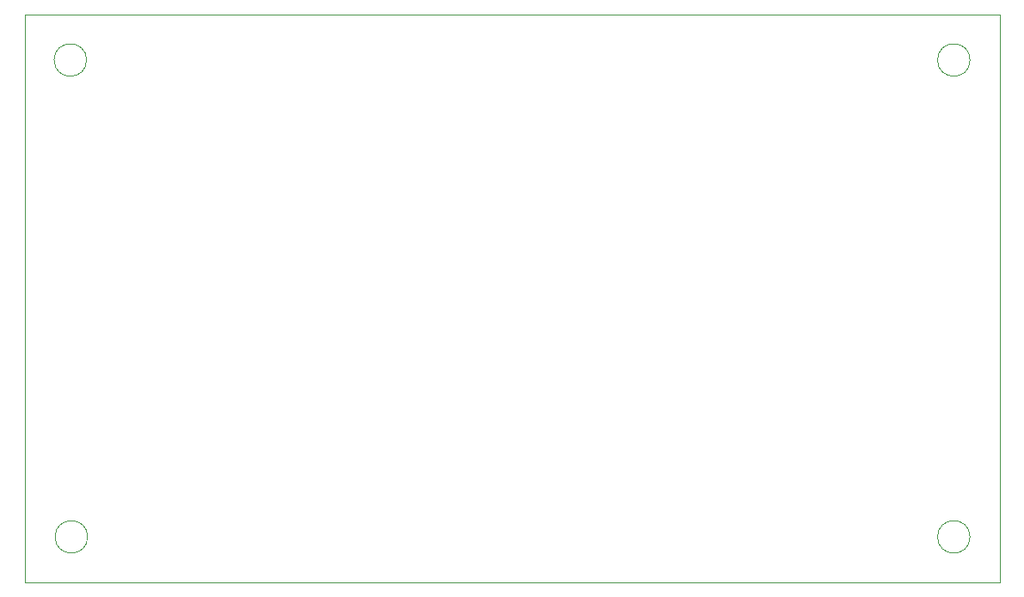
<source format=gm1>
G04 #@! TF.GenerationSoftware,KiCad,Pcbnew,(5.1.0-0)*
G04 #@! TF.CreationDate,2019-06-08T23:36:10+01:00*
G04 #@! TF.ProjectId,PowerStage,506f7765-7253-4746-9167-652e6b696361,1.0*
G04 #@! TF.SameCoordinates,Original*
G04 #@! TF.FileFunction,Profile,NP*
%FSLAX46Y46*%
G04 Gerber Fmt 4.6, Leading zero omitted, Abs format (unit mm)*
G04 Created by KiCad (PCBNEW (5.1.0-0)) date 2019-06-08 23:36:10*
%MOMM*%
%LPD*%
G04 APERTURE LIST*
%ADD10C,0.050000*%
G04 APERTURE END LIST*
D10*
X183100000Y-81500000D02*
G75*
G03X183100000Y-81500000I-1600000J0D01*
G01*
X96200000Y-81500000D02*
G75*
G03X96200000Y-81500000I-1600000J0D01*
G01*
X183100000Y-34500000D02*
G75*
G03X183100000Y-34500000I-1600000J0D01*
G01*
X96100000Y-34500000D02*
G75*
G03X96100000Y-34500000I-1600000J0D01*
G01*
X90000000Y-86000000D02*
X90000000Y-30000000D01*
X186000000Y-86000000D02*
X90000000Y-86000000D01*
X186000000Y-30000000D02*
X186000000Y-86000000D01*
X90000000Y-30000000D02*
X186000000Y-30000000D01*
M02*

</source>
